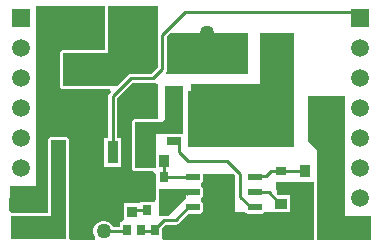
<source format=gtl>
%FSTAX23Y23*%
%MOIN*%
%SFA1B1*%

%IPPOS*%
%AMD16*
4,1,8,-0.024600,0.008900,-0.024600,-0.008900,-0.022700,-0.010800,0.022700,-0.010800,0.024600,-0.008900,0.024600,0.008900,0.022700,0.010800,-0.022700,0.010800,-0.024600,0.008900,0.0*
1,1,0.003900,-0.022700,0.008900*
1,1,0.003900,-0.022700,-0.008900*
1,1,0.003900,0.022700,-0.008900*
1,1,0.003900,0.022700,0.008900*
%
%AMD17*
4,1,8,-0.032000,-0.031700,0.032000,-0.031700,0.047800,-0.015800,0.047800,0.015800,0.032000,0.031700,-0.032000,0.031700,-0.047800,0.015800,-0.047800,-0.015800,-0.032000,-0.031700,0.0*
1,1,0.031700,-0.032000,-0.015800*
1,1,0.031700,0.032000,-0.015800*
1,1,0.031700,0.032000,0.015800*
1,1,0.031700,-0.032000,0.015800*
%
%ADD15R,0.027000X0.033470*%
G04~CAMADD=16~8~0.0~0.0~216.5~492.1~19.5~0.0~15~0.0~0.0~0.0~0.0~0~0.0~0.0~0.0~0.0~0~0.0~0.0~0.0~90.0~492.0~216.0*
%ADD16D16*%
G04~CAMADD=17~8~0.0~0.0~956.7~633.9~158.5~0.0~15~0.0~0.0~0.0~0.0~0~0.0~0.0~0.0~0.0~0~0.0~0.0~0.0~180.0~956.0~633.0*
%ADD17D17*%
%ADD18R,0.035430X0.074800*%
%ADD19R,0.125980X0.074800*%
%ADD20R,0.035430X0.041340*%
%ADD21R,0.029530X0.035430*%
%ADD22R,0.031750X0.034180*%
%ADD23R,0.037400X0.037400*%
%ADD24R,0.031500X0.035430*%
%ADD25R,0.027560X0.033470*%
%ADD26R,0.029850X0.031970*%
%ADD27R,0.041340X0.035430*%
%ADD28R,0.027560X0.025590*%
%ADD29R,0.031970X0.029850*%
%ADD30R,0.106300X0.086610*%
%ADD31R,0.047240X0.025590*%
%ADD32R,0.066140X0.039370*%
%ADD33R,0.060000X0.060000*%
%ADD51C,0.010000*%
%ADD52R,0.059060X0.059060*%
%ADD53C,0.059060*%
%ADD54C,0.030000*%
%ADD55C,0.050000*%
%LNboost-shield-v1.5-1*%
%LPD*%
G36*
X00815Y00575D02*
X00542D01*
X00541Y0058*
X00544Y00584*
X00545Y0059*
Y00698*
X00556Y0071*
X00815*
Y00575*
G37*
G36*
X00515Y008D02*
Y0071D01*
Y00706*
X00514Y00705*
Y00596*
X00493Y00575*
X00425*
X00419Y00574*
X00414Y0057*
X00378Y00535*
X002*
Y00645*
X0035*
Y008*
X00515*
G37*
G36*
X0097Y0033D02*
X00628D01*
X00625Y00332*
X00617*
Y00517*
X00625*
Y0054*
X00855*
Y0071*
X0097*
Y0033*
G37*
G36*
X006Y00375D02*
X0051D01*
Y00315*
X00509*
Y0026*
X0044*
Y00415*
X0053*
X0054Y00425*
Y00535*
X006*
Y00375*
G37*
G36*
X00655Y00189D02*
X00656Y00187D01*
Y00172*
X00655Y0017*
X00655Y0017*
X0061*
Y0016*
X00552Y00102*
X00534*
X00529Y00101*
X00528Y00101*
X00526Y001*
X0052*
Y0019*
X00655*
X00655Y00189*
G37*
G36*
X00339Y00655D02*
X002D01*
X00196Y00654*
X00192Y00652*
X0019Y00648*
X00189Y00645*
Y00535*
X0019Y00531*
X00192Y00527*
X00196Y00525*
X002Y00524*
X00355*
X00358Y00515*
X00354Y0051*
X0035Y00505*
X00349Y005*
Y00415*
Y0036*
X00337*
Y00265*
X00393*
Y0036*
X0038*
Y00415*
Y00493*
X00431Y00544*
X005*
X00505Y00545*
X00506Y00545*
X00515Y00539*
Y00425*
X0044*
X00436Y00424*
X00432Y00422*
X0043Y00418*
X00429Y00415*
Y0026*
X0043Y00256*
X00432Y00252*
X00436Y0025*
X0044Y00249*
X005*
X0051Y00239*
Y00211*
X00508Y00202*
Y00192*
Y00156*
X00506Y00147*
X00498Y00147*
X00454*
Y00144*
X00401*
Y00091*
Y00086*
X00393Y00081*
X00388*
Y00065*
X00366*
X00363Y00071*
X00356Y00078*
X00348Y00082*
X00339Y00085*
X0033*
X00321Y00082*
X00313Y00078*
X00306Y00071*
X00302Y00063*
X003Y00054*
Y00045*
X00302Y00036*
X00306Y0003*
X00304Y00024*
X00301Y0002*
X00229*
X0022Y00025*
Y00355*
X00219Y00358*
X00217Y00362*
X00213Y00364*
X0021Y00365*
X0016*
X00156Y00364*
X00152Y00362*
X0015Y00358*
X00149Y00355*
Y0011*
X00029*
X00021Y00117*
X00019Y00119*
X00021Y002*
X0011*
Y008*
X00339*
Y00655*
G37*
G36*
X0021Y00025D02*
X00025D01*
Y001*
X0016*
Y00355*
X0021*
Y00025*
G37*
G36*
X0114Y001D02*
X01225D01*
Y0002*
X01045*
Y0032*
X01015Y0035*
Y005*
X0114*
Y001*
G37*
G36*
X00773Y00235D02*
Y00114D01*
X00806*
X00807Y00112*
X00811Y00109*
X00815Y00108*
X00861*
X00865Y00109*
X00869Y00112*
X0087Y00114*
X00913*
Y00114*
X00955*
Y00169*
X00915*
X00913Y00172*
Y00215*
X01034*
Y0002*
X00533*
X00529Y00028*
Y0006*
X00541Y00071*
X00575*
X00581Y00073*
X00585Y00076*
X00618Y00108*
X00654*
X00658Y00109*
X00662Y00112*
X00665Y00116*
X00666Y00121*
Y00138*
X00665Y00143*
X00662Y00147*
X00659Y00149*
X00658Y00153*
Y00156*
X00659Y0016*
X00662Y00162*
X00665Y00166*
X00666Y00171*
Y00188*
X00665Y00193*
X00662Y00197*
X00659Y00199*
X00658Y00203*
Y00206*
X00659Y0021*
X00662Y00212*
X00665Y00216*
X00666Y00221*
Y00238*
X00667Y0024*
X00768*
X00773Y00235*
G37*
G54D15*
X00458Y00053D03*
X00413D03*
G54D16*
X00838Y0008D03*
Y0013D03*
Y0018D03*
Y0023D03*
X00631Y0008D03*
Y0013D03*
Y0018D03*
Y0023D03*
G54D17*
X0061Y00635D03*
X00441D03*
X0092D03*
X00751D03*
G54D18*
X00184Y00313D03*
X00275D03*
X00365D03*
G54D19*
X00275Y00576D03*
G54D20*
X00537Y00285D03*
X00482D03*
X01006Y0025D03*
X01063D03*
G54D21*
X00487Y0023D03*
X00535D03*
G54D22*
X00485Y00175D03*
X00534D03*
G54D23*
X0043Y00115D03*
Y00174D03*
G54D24*
X0048Y0012D03*
X00539D03*
G54D25*
X00554Y00055D03*
X00505D03*
G54D26*
X01064Y00105D03*
X01015D03*
G54D27*
X00925Y00085D03*
Y00142D03*
G54D28*
X01065Y0017D03*
X01013D03*
G54D29*
X00925Y00249D03*
Y002D03*
G54D30*
X0108Y0044D03*
X00895D03*
G54D31*
X0079Y00504D03*
Y00451D03*
Y00399D03*
Y00346D03*
X00568Y0035D03*
Y004D03*
Y0045D03*
Y005D03*
G54D32*
X00475Y00352D03*
Y00467D03*
G54D33*
X004Y0077D03*
X0029D03*
G54D51*
X00365Y00415D02*
Y005D01*
Y00313D02*
Y00415D01*
Y005D02*
X00425Y0056D01*
X005*
X0117Y0078D02*
X0119Y0076D01*
X00605Y0078D02*
X0117D01*
X0053Y00705D02*
X00605Y0078D01*
X0053Y0059D02*
Y00705D01*
X005Y0056D02*
X0053Y0059D01*
X00365Y00313D02*
X00365Y00313D01*
X00407Y0005D02*
X00412Y00055D01*
X00335Y0005D02*
X00407D01*
X00587Y00314D02*
X00616Y00285D01*
X00587Y00314D02*
Y00342D01*
X00616Y00285D02*
X00745D01*
X00579Y0035D02*
X00587Y00342D01*
X00745Y00285D02*
X0079Y0024D01*
Y00164D02*
Y0024D01*
X00535Y0023D02*
X00631D01*
X00535Y00282D02*
X00537Y00285D01*
X00535Y0023D02*
Y00282D01*
X00612Y00174D02*
D01*
X00539Y0012D02*
X00546Y00126D01*
X00612Y00174D02*
X00617Y0018D01*
X00534Y00175D02*
X00539Y0018D01*
X00457Y00055D02*
X00459Y00052D01*
X005*
X00534Y00087*
X00575D02*
X00617Y0013D01*
X00534Y00087D02*
X00575D01*
X00617Y0013D02*
X00631D01*
X0043Y00115D02*
X00434Y0012D01*
X0048*
X00824Y0013D02*
X00838D01*
X0079Y00164D02*
X00824Y0013D01*
X00838Y0018D02*
X00884D01*
X00922Y00142*
X00925*
Y00249D02*
X01006D01*
X01006Y0025*
X00877Y00234D02*
X00892Y00249D01*
X00925*
X00838Y0023D02*
X00843Y00234D01*
X00877*
G54D52*
X0119Y0076D03*
X0006D03*
G54D53*
X0119Y0066D03*
Y0056D03*
Y0046D03*
Y0036D03*
Y0026D03*
Y0016D03*
Y0006D03*
X0006Y0066D03*
Y0056D03*
Y0046D03*
Y0036D03*
Y0026D03*
Y0016D03*
Y0006D03*
G54D54*
X01Y0005D03*
X0075Y0015D03*
Y001D03*
Y0005D03*
X007Y0015D03*
Y001D03*
Y0005D03*
X004Y0045D03*
Y004D03*
X003Y007D03*
Y005D03*
Y0045D03*
Y004D03*
Y002D03*
Y0015D03*
Y001D03*
X0025Y007D03*
Y005D03*
Y0045D03*
Y004D03*
Y002D03*
Y0015D03*
Y001D03*
Y0005D03*
X002Y0075D03*
Y007D03*
Y005D03*
Y0045D03*
Y004D03*
X0015Y0075D03*
Y007D03*
Y0065D03*
Y006D03*
Y0055D03*
Y005D03*
Y0045D03*
Y004D03*
G54D55*
X00335Y0005D03*
X0068Y0071D03*
M02*
</source>
